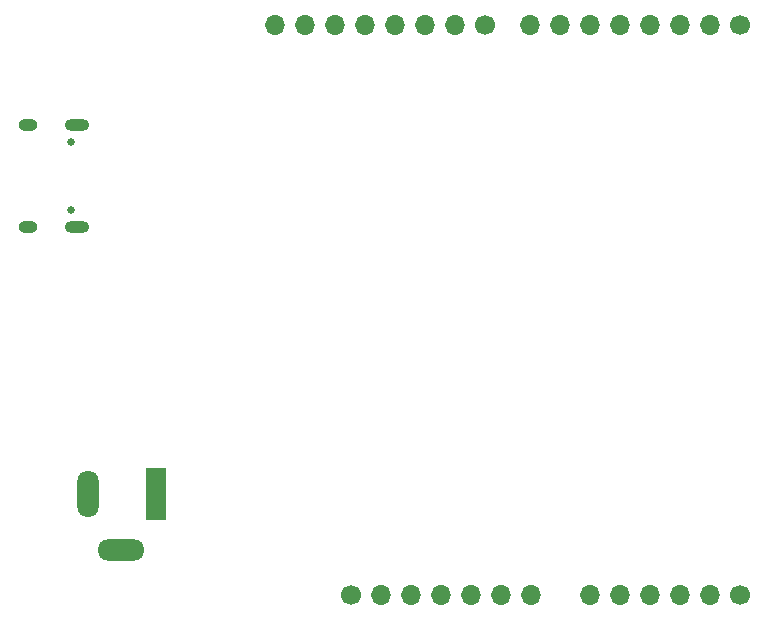
<source format=gbr>
%TF.GenerationSoftware,KiCad,Pcbnew,(6.0.9)*%
%TF.CreationDate,2023-07-14T01:44:04+02:00*%
%TF.ProjectId,Arduino_ESP,41726475-696e-46f5-9f45-53502e6b6963,rev?*%
%TF.SameCoordinates,Original*%
%TF.FileFunction,Soldermask,Bot*%
%TF.FilePolarity,Negative*%
%FSLAX46Y46*%
G04 Gerber Fmt 4.6, Leading zero omitted, Abs format (unit mm)*
G04 Created by KiCad (PCBNEW (6.0.9)) date 2023-07-14 01:44:04*
%MOMM*%
%LPD*%
G01*
G04 APERTURE LIST*
%ADD10C,1.700000*%
%ADD11O,1.700000X1.700000*%
%ADD12R,1.800000X4.400000*%
%ADD13O,1.800000X4.000000*%
%ADD14O,4.000000X1.800000*%
%ADD15C,0.650000*%
%ADD16O,2.100000X1.000000*%
%ADD17O,1.600000X1.000000*%
G04 APERTURE END LIST*
D10*
%TO.C,J1*%
X181100000Y-62800000D03*
D11*
X178560000Y-62800000D03*
X176020000Y-62800000D03*
X173480000Y-62800000D03*
X170940000Y-62800000D03*
X168400000Y-62800000D03*
X165860000Y-62800000D03*
X163320000Y-62800000D03*
%TD*%
D10*
%TO.C,J2*%
X159500000Y-62800000D03*
D11*
X156960000Y-62800000D03*
X154420000Y-62800000D03*
X151880000Y-62800000D03*
X149340000Y-62800000D03*
X146800000Y-62800000D03*
X144260000Y-62800000D03*
X141720000Y-62800000D03*
%TD*%
D10*
%TO.C,J4*%
X148160000Y-111100000D03*
D11*
X150700000Y-111100000D03*
X153240000Y-111100000D03*
X155780000Y-111100000D03*
X158320000Y-111100000D03*
X160860000Y-111100000D03*
X163400000Y-111100000D03*
%TD*%
D12*
%TO.C,J5*%
X131650000Y-102500000D03*
D13*
X125850000Y-102500000D03*
D14*
X128650000Y-107300000D03*
%TD*%
D10*
%TO.C,J3*%
X181100000Y-111100000D03*
D11*
X178560000Y-111100000D03*
X176020000Y-111100000D03*
X173480000Y-111100000D03*
X170940000Y-111100000D03*
X168400000Y-111100000D03*
%TD*%
D15*
%TO.C,J6*%
X124440000Y-72710000D03*
X124440000Y-78490000D03*
D16*
X124970000Y-79920000D03*
X124970000Y-71280000D03*
D17*
X120790000Y-79920000D03*
X120790000Y-71280000D03*
%TD*%
M02*

</source>
